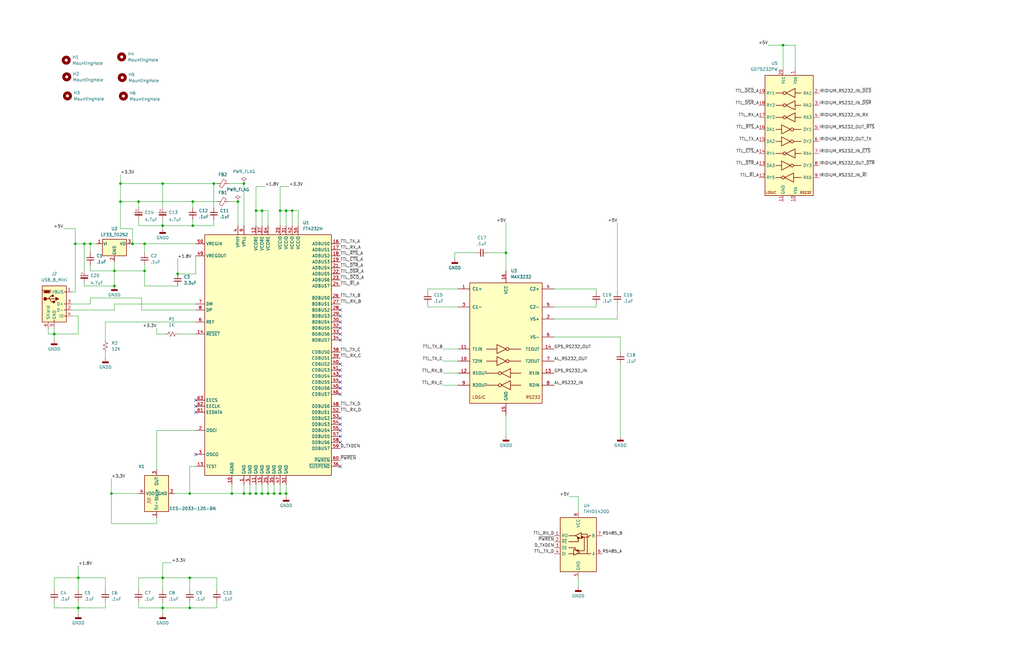
<source format=kicad_sch>
(kicad_sch (version 20230121) (generator eeschema)
  (paper "USLedger")
  (title_block (title "ax interface box") (date "2023-06-26") (rev "1.0.0") (company "NOAA\\AOML|PHOD"))
  (lib_symbols
    (symbol "Connector:USB_B_Mini" (pin_names (offset 1.016))
      (property "Reference" "J" (at -5.08 11.43 0))
      (property "Value" "USB_B_Mini" (at -5.08 8.89 0))
      (symbol "USB_B_Mini_1_1"
        (pin power_out line (at 7.62 5.08 180) (length 2.54) (name "VBUS") (number "1"))
        (pin bidirectional line (at 7.62 -2.54 180) (length 2.54) (name "D-") (number "2"))
        (pin bidirectional line (at 7.62 0 180) (length 2.54) (name "D+") (number "3"))
        (pin passive line (at 7.62 -5.08 180) (length 2.54) (name "ID") (number "4"))
        (pin power_out line (at 0 -10.16 90) (length 2.54) (name "GND") (number "5"))
        (pin passive line (at -2.54 -10.16 90) (length 2.54) (name "Shield") (number "6"))
      )
    )
    (symbol "Device:C_Polarized_Small" (pin_numbers hide) (pin_names (offset 0.254) hide)
      (property "Reference" "C" (at 0.254 1.778 0))
      (property "Value" "C_Polarized_Small" (at 0.254 -2.032 0))
      (symbol "C_Polarized_Small_1_1"
        (pin passive line (at 0 2.54 270) (length 1.8542) (name "~") (number "1"))
        (pin passive line (at 0 -2.54 90) (length 1.8542) (name "~") (number "2"))
      )
    )
    (symbol "Device:C_Small" (pin_numbers hide) (pin_names (offset 0.254) hide)
      (property "Reference" "C" (at 0.254 1.778 0))
      (property "Value" "C_Small" (at 0.254 -2.032 0))
      (symbol "C_Small_1_1"
        (pin passive line (at 0 2.54 270) (length 2.032) (name "~") (number "1"))
        (pin passive line (at 0 -2.54 90) (length 2.032) (name "~") (number "2"))
      )
    )
    (symbol "Device:FerriteBead_Small" (pin_numbers hide) (pin_names (offset 0))
      (property "Reference" "FB" (at 1.905 1.27 0))
      (property "Value" "FerriteBead_Small" (at 1.905 -1.27 0))
      (symbol "FerriteBead_Small_1_1"
        (pin passive line (at 0 2.54 270) (length 1.27) (name "~") (number "1"))
        (pin passive line (at 0 -2.54 90) (length 1.27) (name "~") (number "2"))
      )
    )
    (symbol "Device:R_Small_US" (pin_numbers hide) (pin_names (offset 0.254) hide)
      (property "Reference" "R" (at 0.762 0.508 0))
      (property "Value" "R_Small_US" (at 0.762 -1.016 0))
      (symbol "R_Small_US_1_1"
        (pin passive line (at 0 2.54 270) (length 1.016) (name "~") (number "1"))
        (pin passive line (at 0 -2.54 90) (length 1.016) (name "~") (number "2"))
      )
    )
    (symbol "Interface_UART:GD75232PW"
      (property "Reference" "U" (at 8.89 29.21 0))
      (property "Value" "GD75232PW" (at 3.81 26.67 0))
      (symbol "GD75232PW_0_0"
        (text "LOGIC" (at 7.62 -24.13 0) (effects (font (size 1 1))))
        (text "RS232" (at -6.985 -24.13 0) (effects (font (size 1 1))))
        (pin output line (at 12.7 7.62 180) (length 2.54) (name "RY3") (number "17"))
        (pin output line (at 12.7 12.7 180) (length 2.54) (name "RY2") (number "18"))
        (pin output line (at 12.7 17.78 180) (length 2.54) (name "RY1") (number "19"))
        (pin power_in line (at 2.54 27.94 270) (length 2.54) (name "V_{CC}") (number "20"))
      )
      (symbol "GD75232PW_1_1"
        (pin power_in line (at -2.54 27.94 270) (length 2.54) (name "V_{DD}") (number "1"))
        (pin power_in line (at -2.54 -27.94 90) (length 2.54) (name "V_{SS}") (number "10"))
        (pin power_in line (at 2.54 -27.94 90) (length 2.54) (name "GND") (number "11"))
        (pin output line (at 12.7 -17.78 180) (length 2.54) (name "RY5") (number "12"))
        (pin input line (at 12.7 -12.7 180) (length 2.54) (name "DA3") (number "13"))
        (pin output line (at 12.7 -7.62 180) (length 2.54) (name "RY4") (number "14"))
        (pin input line (at 12.7 -2.54 180) (length 2.54) (name "DA2") (number "15"))
        (pin input line (at 12.7 2.54 180) (length 2.54) (name "DA1") (number "16"))
        (pin input line (at -12.7 17.78 0) (length 2.54) (name "RA1") (number "2"))
        (pin input line (at -12.7 12.7 0) (length 2.54) (name "RA2") (number "3"))
        (pin input line (at -12.7 7.62 0) (length 2.54) (name "RA3") (number "4"))
        (pin output line (at -12.7 2.54 0) (length 2.54) (name "DY1") (number "5"))
        (pin output line (at -12.7 -2.54 0) (length 2.54) (name "DY2") (number "6"))
        (pin input line (at -12.7 -7.62 0) (length 2.54) (name "RA4") (number "7"))
        (pin output line (at -12.7 -12.7 0) (length 2.54) (name "DY3") (number "8"))
        (pin input line (at -12.7 -17.78 0) (length 2.54) (name "RA5") (number "9"))
      )
    )
    (symbol "Interface_UART:MAX3232" (pin_names (offset 1.016))
      (property "Reference" "U" (at -2.54 28.575 0))
      (property "Value" "MAX3232" (at -2.54 26.67 0))
      (symbol "MAX3232_0_0"
        (text "LOGIC" (at -11.43 -22.86 0) (effects (font (size 1.27 1.27))))
        (text "RS232" (at 11.43 -22.86 0) (effects (font (size 1.27 1.27))))
      )
      (symbol "MAX3232_1_1"
        (pin passive line (at -20.32 22.86 0) (length 5.08) (name "C1+") (number "1"))
        (pin input line (at -20.32 -7.62 0) (length 5.08) (name "T2IN") (number "10"))
        (pin input line (at -20.32 -2.54 0) (length 5.08) (name "T1IN") (number "11"))
        (pin output line (at -20.32 -12.7 0) (length 5.08) (name "R1OUT") (number "12"))
        (pin input line (at 20.32 -12.7 180) (length 5.08) (name "R1IN") (number "13"))
        (pin output line (at 20.32 -2.54 180) (length 5.08) (name "T1OUT") (number "14"))
        (pin power_in line (at 0 -30.48 90) (length 5.08) (name "GND") (number "15"))
        (pin power_in line (at 0 30.48 270) (length 5.08) (name "VCC") (number "16"))
        (pin power_out line (at 20.32 10.16 180) (length 5.08) (name "VS+") (number "2"))
        (pin passive line (at -20.32 15.24 0) (length 5.08) (name "C1-") (number "3"))
        (pin passive line (at 20.32 22.86 180) (length 5.08) (name "C2+") (number "4"))
        (pin passive line (at 20.32 15.24 180) (length 5.08) (name "C2-") (number "5"))
        (pin power_out line (at 20.32 2.54 180) (length 5.08) (name "VS-") (number "6"))
        (pin output line (at 20.32 -7.62 180) (length 5.08) (name "T2OUT") (number "7"))
        (pin input line (at 20.32 -17.78 180) (length 5.08) (name "R2IN") (number "8"))
        (pin output line (at -20.32 -17.78 0) (length 5.08) (name "R2OUT") (number "9"))
      )
    )
    (symbol "Interface_UART:THVD1420D"
      (property "Reference" "U" (at -6.096 11.43 0))
      (property "Value" "THVD1420D" (at 0.762 11.43 0))
      (symbol "THVD1420D_1_1"
        (pin output line (at -10.16 2.54 0) (length 2.54) (name "RO") (number "1"))
        (pin input line (at -10.16 0 0) (length 2.54) (name "~{RE}") (number "2"))
        (pin input line (at -10.16 -2.54 0) (length 2.54) (name "DE") (number "3"))
        (pin input line (at -10.16 -5.08 0) (length 2.54) (name "DI") (number "4"))
        (pin power_in line (at 0 -15.24 90) (length 2.54) (name "GND") (number "5"))
        (pin bidirectional line (at 10.16 -5.08 180) (length 2.54) (name "A") (number "6"))
        (pin bidirectional line (at 10.16 2.54 180) (length 2.54) (name "B") (number "7"))
        (pin power_in line (at 0 12.7 270) (length 2.54) (name "VCC") (number "8"))
      )
    )
    (symbol "Interface_USB:FT4232H"
      (property "Reference" "U" (at -26.67 53.34 0))
      (property "Value" "FT4232H" (at 19.05 53.34 0))
      (symbol "FT4232H_1_1"
        (pin power_in line (at -10.16 -53.34 90) (length 3.81) (name "GND") (number "1"))
        (pin power_in line (at -15.24 -53.34 90) (length 3.81) (name "AGND") (number "10"))
        (pin power_in line (at -5.08 -53.34 90) (length 3.81) (name "GND") (number "11"))
        (pin power_in line (at -5.08 55.88 270) (length 3.81) (name "VCORE") (number "12"))
        (pin input line (at -30.48 -45.72 0) (length 3.81) (name "TEST") (number "13"))
        (pin input line (at -30.48 10.16 0) (length 3.81) (name "~{RESET}") (number "14"))
        (pin power_in line (at -2.54 -53.34 90) (length 3.81) (name "GND") (number "15"))
        (pin bidirectional line (at 30.48 48.26 180) (length 3.81) (name "ADBUS0") (number "16"))
        (pin bidirectional line (at 30.48 45.72 180) (length 3.81) (name "ADBUS1") (number "17"))
        (pin bidirectional line (at 30.48 43.18 180) (length 3.81) (name "ADBUS2") (number "18"))
        (pin bidirectional line (at 30.48 40.64 180) (length 3.81) (name "ADBUS3") (number "19"))
        (pin input line (at -30.48 -30.48 0) (length 3.81) (name "OSCI") (number "2"))
        (pin power_in line (at 5.08 55.88 270) (length 3.81) (name "VCCIO") (number "20"))
        (pin bidirectional line (at 30.48 38.1 180) (length 3.81) (name "ADBUS4") (number "21"))
        (pin bidirectional line (at 30.48 35.56 180) (length 3.81) (name "ADBUS5") (number "22"))
        (pin bidirectional line (at 30.48 33.02 180) (length 3.81) (name "ADBUS6") (number "23"))
        (pin bidirectional line (at 30.48 30.48 180) (length 3.81) (name "ADBUS7") (number "24"))
        (pin power_in line (at 0 -53.34 90) (length 3.81) (name "GND") (number "25"))
        (pin bidirectional line (at 30.48 25.4 180) (length 3.81) (name "BDBUS0") (number "26"))
        (pin bidirectional line (at 30.48 22.86 180) (length 3.81) (name "BDBUS1") (number "27"))
        (pin bidirectional line (at 30.48 20.32 180) (length 3.81) (name "BDBUS2") (number "28"))
        (pin bidirectional line (at 30.48 17.78 180) (length 3.81) (name "BDBUS3") (number "29"))
        (pin output line (at -30.48 -40.64 0) (length 3.81) (name "OSCO") (number "3"))
        (pin bidirectional line (at 30.48 15.24 180) (length 3.81) (name "BDBUS4") (number "30"))
        (pin power_in line (at 7.62 55.88 270) (length 3.81) (name "VCCIO") (number "31"))
        (pin bidirectional line (at 30.48 12.7 180) (length 3.81) (name "BDBUS5") (number "32"))
        (pin bidirectional line (at 30.48 10.16 180) (length 3.81) (name "BDBUS6") (number "33"))
        (pin bidirectional line (at 30.48 7.62 180) (length 3.81) (name "BDBUS7") (number "34"))
        (pin power_in line (at 2.54 -53.34 90) (length 3.81) (name "GND") (number "35"))
        (pin output line (at 30.48 -45.72 180) (length 3.81) (name "~{SUSPEND}") (number "36"))
        (pin power_in line (at -2.54 55.88 270) (length 3.81) (name "VCORE") (number "37"))
        (pin bidirectional line (at 30.48 2.54 180) (length 3.81) (name "CDBUS0") (number "38"))
        (pin bidirectional line (at 30.48 0 180) (length 3.81) (name "CDBUS1") (number "39"))
        (pin power_in line (at -12.7 55.88 270) (length 3.81) (name "VPHY") (number "4"))
        (pin bidirectional line (at 30.48 -2.54 180) (length 3.81) (name "CDBUS2") (number "40"))
        (pin bidirectional line (at 30.48 -5.08 180) (length 3.81) (name "CDBUS3") (number "41"))
        (pin power_in line (at 10.16 55.88 270) (length 3.81) (name "VCCIO") (number "42"))
        (pin bidirectional line (at 30.48 -7.62 180) (length 3.81) (name "CDBUS4") (number "43"))
        (pin bidirectional line (at 30.48 -10.16 180) (length 3.81) (name "CDBUS5") (number "44"))
        (pin bidirectional line (at 30.48 -12.7 180) (length 3.81) (name "CDBUS6") (number "45"))
        (pin bidirectional line (at 30.48 -15.24 180) (length 3.81) (name "CDBUS7") (number "46"))
        (pin power_in line (at 5.08 -53.34 90) (length 3.81) (name "GND") (number "47"))
        (pin bidirectional line (at 30.48 -20.32 180) (length 3.81) (name "DDBUS0") (number "48"))
        (pin power_out line (at -30.48 43.18 0) (length 3.81) (name "VREGOUT") (number "49"))
        (pin power_in line (at -7.62 -53.34 90) (length 3.81) (name "GND") (number "5"))
        (pin power_in line (at -30.48 48.26 0) (length 3.81) (name "VREGIN") (number "50"))
        (pin power_in line (at 7.62 -53.34 90) (length 3.81) (name "GND") (number "51"))
        (pin bidirectional line (at 30.48 -22.86 180) (length 3.81) (name "DDBUS1") (number "52"))
        (pin bidirectional line (at 30.48 -25.4 180) (length 3.81) (name "DDBUS2") (number "53"))
        (pin bidirectional line (at 30.48 -27.94 180) (length 3.81) (name "DDBUS3") (number "54"))
        (pin bidirectional line (at 30.48 -30.48 180) (length 3.81) (name "DDBUS4") (number "55"))
        (pin power_in line (at 12.7 55.88 270) (length 3.81) (name "VCCIO") (number "56"))
        (pin bidirectional line (at 30.48 -33.02 180) (length 3.81) (name "DDBUS5") (number "57"))
        (pin bidirectional line (at 30.48 -35.56 180) (length 3.81) (name "DDBUS6") (number "58"))
        (pin bidirectional line (at 30.48 -38.1 180) (length 3.81) (name "DDBUS7") (number "59"))
        (pin input line (at -30.48 15.24 0) (length 3.81) (name "REF") (number "6"))
        (pin output line (at 30.48 -43.18 180) (length 3.81) (name "~{PWREN}") (number "60"))
        (pin bidirectional line (at -30.48 -22.86 0) (length 3.81) (name "EEDATA") (number "61"))
        (pin output line (at -30.48 -20.32 0) (length 3.81) (name "EECLK") (number "62"))
        (pin output line (at -30.48 -17.78 0) (length 3.81) (name "EECS") (number "63"))
        (pin power_in line (at 0 55.88 270) (length 3.81) (name "VCORE") (number "64"))
        (pin bidirectional line (at -30.48 22.86 0) (length 3.81) (name "DM") (number "7"))
        (pin bidirectional line (at -30.48 20.32 0) (length 3.81) (name "DP") (number "8"))
        (pin power_in line (at -10.16 55.88 270) (length 3.81) (name "VPLL") (number "9"))
      )
    )
    (symbol "Mechanical:MountingHole" (pin_names (offset 1.016))
      (property "Reference" "H" (at 0 5.08 0))
      (property "Value" "MountingHole" (at 0 3.175 0))
    )
    (symbol "Oscillator:ECS-2520MV-xxx-xx"
      (property "Reference" "X" (at -5.08 6.35 0))
      (property "Value" "ECS-2520MV-xxx-xx" (at 1.27 -6.35 0))
      (symbol "ECS-2520MV-xxx-xx_1_1"
        (pin input line (at -10.16 0 0) (length 2.54) (name "Tri-State") (number "1"))
        (pin power_in line (at 0 -7.62 90) (length 2.54) (name "GND") (number "2"))
        (pin output line (at 10.16 0 180) (length 2.54) (name "OUT") (number "3"))
        (pin power_in line (at 0 7.62 270) (length 2.54) (name "VDD") (number "4"))
      )
    )
    (symbol "Regulator_Linear:LF33_TO252" (pin_names (offset 0.254))
      (property "Reference" "U" (at -3.81 3.175 0))
      (property "Value" "LF33_TO252" (at 0 3.175 0))
      (symbol "LF33_TO252_1_1"
        (pin power_in line (at -7.62 0 0) (length 2.54) (name "VI") (number "1"))
        (pin power_in line (at 0 -7.62 90) (length 2.54) (name "GND") (number "2"))
        (pin power_out line (at 7.62 0 180) (length 2.54) (name "VO") (number "3"))
      )
    )
    (symbol "power:GNDD" (power) (pin_names (offset 0))
      (property "Value" "GNDD" (at 0 -3.175 0))
      (symbol "GNDD_1_1"
        (pin power_in line (at 0 0 270) (length 0) hide (name "GNDD") (number "1"))
      )
    )
    (symbol "power:PWR_FLAG" (power) (pin_numbers hide) (pin_names (offset 0) hide)
      (property "Value" "PWR_FLAG" (at 0 3.81 0))
      (symbol "PWR_FLAG_0_0"
        (pin power_out line (at 0 0 90) (length 0) (name "pwr") (number "1"))
      )
    )
  )
  (junction (at 102.87 77.47))
  (junction (at 46.99 208.28))
  (junction (at 74.93 115.57))
  (junction (at 35.56 102.87))
  (junction (at 31.75 102.87))
  (junction (at 102.87 208.28))
  (junction (at 60.96 102.87))
  (junction (at 50.8 77.47))
  (junction (at 50.8 85.09))
  (junction (at 110.49 88.9))
  (junction (at 48.26 120.65))
  (junction (at 118.11 88.9))
  (junction (at 113.03 208.28))
  (junction (at 33.02 256.54))
  (junction (at 60.96 114.3))
  (junction (at 38.1 102.87))
  (junction (at 55.88 102.87))
  (junction (at 110.49 208.28))
  (junction (at 123.19 88.9))
  (junction (at 80.01 208.28))
  (junction (at 22.86 140.97))
  (junction (at 68.58 77.47))
  (junction (at 68.58 243.84))
  (junction (at 48.26 114.3))
  (junction (at 81.28 85.09))
  (junction (at 58.42 85.09))
  (junction (at 107.95 88.9))
  (junction (at 90.17 77.47))
  (junction (at 213.36 106.68))
  (junction (at 120.65 88.9))
  (junction (at 68.58 256.54))
  (junction (at 120.65 208.28))
  (junction (at 100.33 85.09))
  (junction (at 107.95 208.28))
  (junction (at 80.01 256.54))
  (junction (at 80.01 243.84))
  (junction (at 68.58 95.25))
  (junction (at 330.2 19.05))
  (junction (at 33.02 243.84))
  (junction (at 118.11 208.28))
  (junction (at 81.28 95.25))
  (junction (at 97.79 208.28))
  (junction (at 105.41 208.28))
  (junction (at 115.57 208.28))
  (no_connect (at 82.55 173.99))
  (no_connect (at 143.51 143.51))
  (no_connect (at 143.51 130.81))
  (no_connect (at 143.51 135.89))
  (no_connect (at 143.51 196.85))
  (no_connect (at 82.55 168.91))
  (no_connect (at 143.51 181.61))
  (no_connect (at 143.51 166.37))
  (no_connect (at 143.51 179.07))
  (no_connect (at 143.51 184.15))
  (no_connect (at 143.51 138.43))
  (no_connect (at 143.51 140.97))
  (no_connect (at 143.51 133.35))
  (no_connect (at 82.55 191.77))
  (no_connect (at 143.51 186.69))
  (no_connect (at 143.51 158.75))
  (no_connect (at 82.55 171.45))
  (no_connect (at 143.51 161.29))
  (no_connect (at 143.51 176.53))
  (no_connect (at 143.51 156.21))
  (no_connect (at 143.51 153.67))
  (no_connect (at 143.51 163.83))
  (wire (pts (xy 33.02 238.76) (xy 33.02 243.84)))
  (wire (pts (xy 261.62 153.67) (xy 261.62 184.15)))
  (wire (pts (xy 80.01 256.54) (xy 68.58 256.54)))
  (wire (pts (xy 58.42 248.92) (xy 58.42 243.84)))
  (wire (pts (xy 50.8 77.47) (xy 50.8 73.66)))
  (wire (pts (xy 33.02 133.35) (xy 33.02 140.97)))
  (wire (pts (xy 251.46 128.27) (xy 251.46 129.54)))
  (wire (pts (xy 30.48 123.19) (xy 31.75 123.19)))
  (wire (pts (xy 91.44 256.54) (xy 80.01 256.54)))
  (wire (pts (xy 113.03 208.28) (xy 115.57 208.28)))
  (wire (pts (xy 102.87 95.25) (xy 102.87 77.47)))
  (wire (pts (xy 44.45 256.54) (xy 33.02 256.54)))
  (wire (pts (xy 100.33 95.25) (xy 100.33 85.09)))
  (wire (pts (xy 33.02 254) (xy 33.02 256.54)))
  (wire (pts (xy 38.1 128.27) (xy 38.1 125.73)))
  (wire (pts (xy 186.69 147.32) (xy 193.04 147.32)))
  (wire (pts (xy 82.55 107.95) (xy 82.55 115.57)))
  (wire (pts (xy 26.67 96.52) (xy 31.75 96.52)))
  (wire (pts (xy 105.41 204.47) (xy 105.41 208.28)))
  (wire (pts (xy 44.45 248.92) (xy 44.45 243.84)))
  (wire (pts (xy 90.17 77.47) (xy 90.17 87.63)))
  (wire (pts (xy 66.04 218.44) (xy 66.04 220.98)))
  (wire (pts (xy 30.48 133.35) (xy 33.02 133.35)))
  (wire (pts (xy 68.58 237.49) (xy 68.58 243.84)))
  (wire (pts (xy 44.45 243.84) (xy 33.02 243.84)))
  (wire (pts (xy 58.42 243.84) (xy 68.58 243.84)))
  (wire (pts (xy 180.34 129.54) (xy 193.04 129.54)))
  (wire (pts (xy 46.99 220.98) (xy 46.99 208.28)))
  (wire (pts (xy 81.28 85.09) (xy 91.44 85.09)))
  (wire (pts (xy 68.58 77.47) (xy 90.17 77.47)))
  (wire (pts (xy 66.04 198.12) (xy 66.04 181.61)))
  (wire (pts (xy 80.01 248.92) (xy 80.01 243.84)))
  (wire (pts (xy 330.2 19.05) (xy 330.2 29.21)))
  (wire (pts (xy 22.86 138.43) (xy 22.86 140.97)))
  (wire (pts (xy 118.11 88.9) (xy 118.11 95.25)))
  (wire (pts (xy 60.96 111.76) (xy 60.96 114.3)))
  (wire (pts (xy 46.99 208.28) (xy 58.42 208.28)))
  (wire (pts (xy 60.96 102.87) (xy 60.96 106.68)))
  (wire (pts (xy 97.79 208.28) (xy 102.87 208.28)))
  (wire (pts (xy 50.8 85.09) (xy 58.42 85.09)))
  (wire (pts (xy 110.49 204.47) (xy 110.49 208.28)))
  (wire (pts (xy 213.36 175.26) (xy 213.36 184.15)))
  (wire (pts (xy 58.42 254) (xy 58.42 256.54)))
  (wire (pts (xy 107.95 204.47) (xy 107.95 208.28)))
  (wire (pts (xy 31.75 102.87) (xy 35.56 102.87)))
  (wire (pts (xy 243.84 209.55) (xy 243.84 215.9)))
  (wire (pts (xy 68.58 95.25) (xy 81.28 95.25)))
  (wire (pts (xy 74.93 109.22) (xy 74.93 115.57)))
  (wire (pts (xy 251.46 121.92) (xy 251.46 123.19)))
  (wire (pts (xy 251.46 129.54) (xy 233.68 129.54)))
  (wire (pts (xy 68.58 92.71) (xy 68.58 95.25)))
  (wire (pts (xy 35.56 119.38) (xy 35.56 120.65)))
  (wire (pts (xy 90.17 77.47) (xy 91.44 77.47)))
  (wire (pts (xy 191.77 106.68) (xy 191.77 109.22)))
  (wire (pts (xy 91.44 248.92) (xy 91.44 243.84)))
  (wire (pts (xy 82.55 115.57) (xy 74.93 115.57)))
  (wire (pts (xy 22.86 248.92) (xy 22.86 243.84)))
  (wire (pts (xy 50.8 85.09) (xy 50.8 96.52)))
  (wire (pts (xy 66.04 138.43) (xy 66.04 140.97)))
  (wire (pts (xy 82.55 196.85) (xy 80.01 196.85)))
  (wire (pts (xy 186.69 162.56) (xy 193.04 162.56)))
  (wire (pts (xy 20.32 140.97) (xy 22.86 140.97)))
  (wire (pts (xy 35.56 102.87) (xy 35.56 114.3)))
  (wire (pts (xy 35.56 120.65) (xy 48.26 120.65)))
  (wire (pts (xy 102.87 77.47) (xy 96.52 77.47)))
  (wire (pts (xy 91.44 254) (xy 91.44 256.54)))
  (wire (pts (xy 115.57 208.28) (xy 118.11 208.28)))
  (wire (pts (xy 118.11 208.28) (xy 120.65 208.28)))
  (wire (pts (xy 68.58 256.54) (xy 68.58 259.08)))
  (wire (pts (xy 58.42 256.54) (xy 68.58 256.54)))
  (wire (pts (xy 59.69 125.73) (xy 59.69 130.81)))
  (wire (pts (xy 323.85 19.05) (xy 330.2 19.05)))
  (wire (pts (xy 73.66 208.28) (xy 80.01 208.28)))
  (wire (pts (xy 200.66 106.68) (xy 191.77 106.68)))
  (wire (pts (xy 20.32 138.43) (xy 20.32 140.97)))
  (wire (pts (xy 80.01 254) (xy 80.01 256.54)))
  (wire (pts (xy 107.95 208.28) (xy 110.49 208.28)))
  (wire (pts (xy 58.42 85.09) (xy 81.28 85.09)))
  (wire (pts (xy 233.68 121.92) (xy 251.46 121.92)))
  (wire (pts (xy 33.02 243.84) (xy 33.02 248.92)))
  (wire (pts (xy 260.35 93.98) (xy 260.35 123.19)))
  (wire (pts (xy 46.99 201.93) (xy 46.99 208.28)))
  (wire (pts (xy 22.86 254) (xy 22.86 256.54)))
  (wire (pts (xy 38.1 125.73) (xy 59.69 125.73)))
  (wire (pts (xy 118.11 204.47) (xy 118.11 208.28)))
  (wire (pts (xy 113.03 88.9) (xy 110.49 88.9)))
  (wire (pts (xy 233.68 142.24) (xy 261.62 142.24)))
  (wire (pts (xy 66.04 140.97) (xy 69.85 140.97)))
  (wire (pts (xy 110.49 208.28) (xy 113.03 208.28)))
  (wire (pts (xy 123.19 88.9) (xy 120.65 88.9)))
  (wire (pts (xy 261.62 142.24) (xy 261.62 148.59)))
  (wire (pts (xy 55.88 102.87) (xy 60.96 102.87)))
  (wire (pts (xy 50.8 96.52) (xy 55.88 96.52)))
  (wire (pts (xy 335.28 29.21) (xy 335.28 19.05)))
  (wire (pts (xy 180.34 121.92) (xy 180.34 123.19)))
  (wire (pts (xy 123.19 95.25) (xy 123.19 88.9)))
  (wire (pts (xy 60.96 120.65) (xy 60.96 114.3)))
  (wire (pts (xy 35.56 102.87) (xy 38.1 102.87)))
  (wire (pts (xy 30.48 128.27) (xy 38.1 128.27)))
  (wire (pts (xy 213.36 93.98) (xy 213.36 106.68)))
  (wire (pts (xy 81.28 85.09) (xy 81.28 87.63)))
  (wire (pts (xy 33.02 256.54) (xy 33.02 259.08)))
  (wire (pts (xy 44.45 135.89) (xy 44.45 143.51)))
  (wire (pts (xy 113.03 204.47) (xy 113.03 208.28)))
  (wire (pts (xy 243.84 243.84) (xy 243.84 247.65)))
  (wire (pts (xy 193.04 121.92) (xy 180.34 121.92)))
  (wire (pts (xy 68.58 254) (xy 68.58 256.54)))
  (wire (pts (xy 44.45 254) (xy 44.45 256.54)))
  (wire (pts (xy 91.44 243.84) (xy 80.01 243.84)))
  (wire (pts (xy 60.96 114.3) (xy 48.26 114.3)))
  (wire (pts (xy 186.69 152.4) (xy 193.04 152.4)))
  (wire (pts (xy 22.86 243.84) (xy 33.02 243.84)))
  (wire (pts (xy 31.75 96.52) (xy 31.75 102.87)))
  (wire (pts (xy 50.8 77.47) (xy 68.58 77.47)))
  (wire (pts (xy 38.1 111.76) (xy 38.1 114.3)))
  (wire (pts (xy 180.34 128.27) (xy 180.34 129.54)))
  (wire (pts (xy 335.28 19.05) (xy 330.2 19.05)))
  (wire (pts (xy 58.42 95.25) (xy 68.58 95.25)))
  (wire (pts (xy 44.45 148.59) (xy 44.45 151.13)))
  (wire (pts (xy 68.58 77.47) (xy 68.58 87.63)))
  (wire (pts (xy 48.26 130.81) (xy 48.26 128.27)))
  (wire (pts (xy 111.76 78.74) (xy 107.95 78.74)))
  (wire (pts (xy 110.49 88.9) (xy 107.95 88.9)))
  (wire (pts (xy 120.65 88.9) (xy 118.11 88.9)))
  (wire (pts (xy 125.73 95.25) (xy 125.73 88.9)))
  (wire (pts (xy 115.57 204.47) (xy 115.57 208.28)))
  (wire (pts (xy 113.03 95.25) (xy 113.03 88.9)))
  (wire (pts (xy 66.04 181.61) (xy 82.55 181.61)))
  (wire (pts (xy 80.01 196.85) (xy 80.01 208.28)))
  (wire (pts (xy 38.1 102.87) (xy 38.1 106.68)))
  (wire (pts (xy 74.93 140.97) (xy 82.55 140.97)))
  (wire (pts (xy 31.75 123.19) (xy 31.75 102.87)))
  (wire (pts (xy 80.01 243.84) (xy 68.58 243.84)))
  (wire (pts (xy 125.73 88.9) (xy 123.19 88.9)))
  (wire (pts (xy 97.79 204.47) (xy 97.79 208.28)))
  (wire (pts (xy 213.36 106.68) (xy 205.74 106.68)))
  (wire (pts (xy 102.87 204.47) (xy 102.87 208.28)))
  (wire (pts (xy 110.49 88.9) (xy 110.49 95.25)))
  (wire (pts (xy 213.36 114.3) (xy 213.36 106.68)))
  (wire (pts (xy 66.04 220.98) (xy 46.99 220.98)))
  (wire (pts (xy 120.65 204.47) (xy 120.65 208.28)))
  (wire (pts (xy 186.69 157.48) (xy 193.04 157.48)))
  (wire (pts (xy 105.41 208.28) (xy 107.95 208.28)))
  (wire (pts (xy 22.86 140.97) (xy 22.86 143.51)))
  (wire (pts (xy 82.55 135.89) (xy 44.45 135.89)))
  (wire (pts (xy 100.33 85.09) (xy 96.52 85.09)))
  (wire (pts (xy 22.86 140.97) (xy 33.02 140.97)))
  (wire (pts (xy 48.26 128.27) (xy 82.55 128.27)))
  (wire (pts (xy 102.87 208.28) (xy 105.41 208.28)))
  (wire (pts (xy 107.95 78.74) (xy 107.95 88.9)))
  (wire (pts (xy 48.26 114.3) (xy 48.26 120.65)))
  (wire (pts (xy 240.03 209.55) (xy 243.84 209.55)))
  (wire (pts (xy 118.11 78.74) (xy 118.11 88.9)))
  (wire (pts (xy 68.58 243.84) (xy 68.58 248.92)))
  (wire (pts (xy 72.39 237.49) (xy 68.58 237.49)))
  (wire (pts (xy 68.58 95.25) (xy 68.58 96.52)))
  (wire (pts (xy 38.1 114.3) (xy 48.26 114.3)))
  (wire (pts (xy 48.26 110.49) (xy 48.26 114.3)))
  (wire (pts (xy 90.17 92.71) (xy 90.17 95.25)))
  (wire (pts (xy 22.86 256.54) (xy 33.02 256.54)))
  (wire (pts (xy 58.42 92.71) (xy 58.42 95.25)))
  (wire (pts (xy 74.93 120.65) (xy 60.96 120.65)))
  (wire (pts (xy 81.28 95.25) (xy 90.17 95.25)))
  (wire (pts (xy 81.28 92.71) (xy 81.28 95.25)))
  (wire (pts (xy 120.65 95.25) (xy 120.65 88.9)))
  (wire (pts (xy 260.35 134.62) (xy 260.35 128.27)))
  (wire (pts (xy 58.42 85.09) (xy 58.42 87.63)))
  (wire (pts (xy 55.88 96.52) (xy 55.88 102.87)))
  (wire (pts (xy 120.65 208.28) (xy 120.65 209.55)))
  (wire (pts (xy 233.68 134.62) (xy 260.35 134.62)))
  (wire (pts (xy 38.1 102.87) (xy 40.64 102.87)))
  (wire (pts (xy 59.69 130.81) (xy 82.55 130.81)))
  (wire (pts (xy 121.92 78.74) (xy 118.11 78.74)))
  (wire (pts (xy 80.01 208.28) (xy 97.79 208.28)))
  (wire (pts (xy 60.96 102.87) (xy 82.55 102.87)))
  (wire (pts (xy 107.95 88.9) (xy 107.95 95.25)))
  (wire (pts (xy 30.48 130.81) (xy 48.26 130.81)))
  (wire (pts (xy 50.8 85.09) (xy 50.8 77.47)))
  (image (at 232.41 -60.96) (scale 1.80412))
  (label "TTL_~{DSR}_A" (at 320.04 44.45 180))
  (label "+1.8V" (at 74.93 109.22 0))
  (label "D_TXDEN" (at 233.68 231.14 180))
  (label "+3.3V" (at 121.92 78.74 0))
  (label "TTL_RX_C" (at 186.69 162.56 180))
  (label "+3.3V" (at 66.04 138.43 180))
  (label "TTL_~{RTS}_A" (at 143.51 107.95 0))
  (label "TTL_~{DSR}_A" (at 143.51 115.57 0))
  (label "IRIDIUM_RS232_OUT_~{RTS}" (at 345.44 54.61 0))
  (label "TTL_TX_D" (at 143.51 171.45 0))
  (label "GPS_RS232_IN" (at 233.68 157.48 0))
  (label "TTL_RX_B" (at 143.51 128.27 0))
  (label "TTL_TX_A" (at 143.51 102.87 0))
  (label "AL_RS232_OUT" (at 233.68 152.4 0))
  (label "TTL_TX_C" (at 143.51 148.59 0))
  (label "+5V" (at 260.35 93.98 180))
  (label "TTL_TX_A" (at 320.04 59.69 180))
  (label "IRIDIUM_RS232_IN_~{RI}" (at 345.44 74.93 0))
  (label "D_TXDEN" (at 143.51 189.23 0))
  (label "+5V" (at 323.85 19.05 180))
  (label "TTL_TX_B" (at 186.69 147.32 180))
  (label "TTL_~{DTR}_A" (at 143.51 113.03 0))
  (label "IRIDIUM_RS232_IN_~{DSR}" (at 345.44 44.45 0))
  (label "IRIDIUM_RS232_IN_~{DCD}" (at 345.44 39.37 0))
  (label "~{PWREN}" (at 143.51 194.31 0))
  (label "+1.8V" (at 33.02 238.76 0))
  (label "TTL_TX_D" (at 233.68 233.68 180))
  (label "TTL_RX_A" (at 143.51 105.41 0))
  (label "TTL_RX_B" (at 186.69 157.48 180))
  (label "+3.3V" (at 50.8 73.66 0))
  (label "TTL_TX_B" (at 143.51 125.73 0))
  (label "IRIDIUM_RS232_IN_RX" (at 345.44 49.53 0))
  (label "RS485_B" (at 254 226.06 0))
  (label "TTL_~{DCD}_A" (at 320.04 39.37 180))
  (label "IRIDIUM_RS232_OUT_~{DTR}" (at 345.44 69.85 0))
  (label "TTL_TX_C" (at 186.69 152.4 180))
  (label "TTL_RX_D" (at 233.68 226.06 180))
  (label "+5V" (at 213.36 93.98 180))
  (label "GPS_RS232_OUT" (at 233.68 147.32 0))
  (label "IRIDIUM_RS232_OUT_TX" (at 345.44 59.69 0))
  (label "TTL_RX_A" (at 320.04 49.53 180))
  (label "TTL_~{CTS}_A" (at 143.51 110.49 0))
  (label "TTL_~{RTS}_A" (at 320.04 54.61 180))
  (label "+5V" (at 26.67 96.52 180))
  (label "TTL_~{CTS}_A" (at 320.04 64.77 180))
  (label "~{PWREN}" (at 233.68 228.6 180))
  (label "+1.8V" (at 111.76 78.74 0))
  (label "+3.3V" (at 46.99 201.93 0))
  (label "TTL_RX_C" (at 143.51 151.13 0))
  (label "TTL_~{RI}_A" (at 143.51 120.65 0))
  (label "TTL_~{DTR}_A" (at 320.04 69.85 180))
  (label "TTL_RX_D" (at 143.51 173.99 0))
  (label "+5V" (at 240.03 209.55 180))
  (label "AL_RS232_IN" (at 233.68 162.56 0))
  (label "+3.3V" (at 72.39 237.49 0))
  (label "TTL_~{RI}_A" (at 320.04 74.93 180))
  (label "RS485_A" (at 254 233.68 0))
  (label "TTL_~{DCD}_A" (at 143.51 118.11 0))
  (label "IRIDIUM_RS232_IN_~{CTS}" (at 345.44 64.77 0))
  (symbol (lib_id "power:GNDD") (at 191.77 109.22 0) (unit 1)
    (property "Reference" "#PWR010" (effects hide))
    (property "Value" "GNDD" (at 191.77 113.03 0))
  )
  (symbol (lib_id "Device:C_Small") (at 60.96 109.22 0) (unit 1)
    (property "Reference" "C2" (at 63.5 107.9563 0) (effects (justify left)))
    (property "Value" ".1uF" (at 63.5 110.4963 0) (effects (justify left)))
    (property "Footprint" "Capacitor_SMD:C_0805_2012Metric_Pad1.18x1.45mm_HandSolder" (effects hide))
    (property "Datasheet" "https://www.yageo.com/upload/media/product/productsearch/datasheet/mlcc/UPY-GPHC_X7R_6.3V-to-250V_22.pdf" (effects hide))
    (property "vendor" "digikey" (effects hide))
    (property "vendor part#" "311-1140-1-ND" (effects hide))
    (property "manufacturer part#" "CC0805KRX7R9BB104" (effects hide))
  )
  (symbol (lib_id "Oscillator:ECS-2520MV-xxx-xx") (at 66.04 208.28 90) (unit 1)
    (property "Reference" "X1" (at 59.69 196.85 90))
    (property "Value" "ECS-2033-120-BN" (at 81.28 214.63 90))
    (property "Footprint" "Oscillator:Oscillator_SMD_ECS_2520MV-xxx-xx-4Pin_2.5x2.0mm" (effects hide))
    (property "Datasheet" "https://ecsxtal.com/store/pdf/ecs-2025-2033.pdf" (effects hide))
    (property "vendor" "digikey" (effects hide))
    (property "vendor part#" "XC1426CT-ND" (effects hide))
    (property "manufacturer part#" "ECS-2033-120-BN" (effects hide))
  )
  (symbol (lib_id "Device:FerriteBead_Small") (at 93.98 85.09 90) (unit 1)
    (property "Reference" "FB1" (at 93.9419 81.28 90))
    (property "Value" "FerriteBead_Small" (effects hide))
    (property "Footprint" "Inductor_SMD:L_0805_2012Metric_Pad1.15x1.40mm_HandSolder" (effects hide))
    (property "Datasheet" "https://media.digikey.com/pdf/Data%20Sheets/Laird%20Technologies/EMI_Filtering_and_RF_Inductors.pdf" (effects hide))
    (property "vendor" "digikey" (effects hide))
    (property "vendor part#" "240-2399-1-ND" (effects hide))
    (property "manufacturer part#" "HZ0805E601R-10" (effects hide))
  )
  (symbol (lib_id "Device:C_Small") (at 22.86 251.46 0) (unit 1)
    (property "Reference" "C4" (at 25.4 250.1963 0) (effects (justify left)))
    (property "Value" ".1uF" (at 25.4 252.7363 0) (effects (justify left)))
    (property "Footprint" "Capacitor_SMD:C_0805_2012Metric_Pad1.18x1.45mm_HandSolder" (effects hide))
    (property "Datasheet" "https://www.yageo.com/upload/media/product/productsearch/datasheet/mlcc/UPY-GPHC_X7R_6.3V-to-250V_22.pdf" (effects hide))
    (property "vendor" "digikey" (effects hide))
    (property "vendor part#" "311-1140-1-ND" (effects hide))
    (property "manufacturer part#" "CC0805KRX7R9BB104" (effects hide))
  )
  (symbol (lib_id "Mechanical:MountingHole") (at 28.4504 40.4837 0) (unit 1)
    (property "Reference" "H3" (at 30.9904 39.2137 0) (effects (justify left)))
    (property "Value" "MountingHole" (at 30.9904 41.7537 0) (effects (justify left)))
    (property "Footprint" "MountingHole:MountingHole_3.2mm_M3" (effects hide))
  )
  (symbol (lib_id "power:GNDD") (at 213.36 184.15 0) (unit 1)
    (property "Reference" "#PWR08" (effects hide))
    (property "Value" "GNDD" (at 213.36 187.96 0))
  )
  (symbol (lib_id "power:PWR_FLAG") (at 102.87 77.47 0) (unit 1)
    (property "Reference" "#FLG02" (effects hide))
    (property "Value" "PWR_FLAG" (at 102.87 72.39 0))
  )
  (symbol (lib_id "Interface_UART:GD75232PW") (at 332.74 57.15 0) (mirror y) (unit 1)
    (property "Reference" "U5" (at 328.0059 26.67 0) (effects (justify left)))
    (property "Value" "GD75232PW" (at 328.0059 29.21 0) (effects (justify left)))
    (property "Footprint" "Package_SO:TSSOP-20_4.4x6.5mm_P0.65mm" (effects hide))
    (property "Datasheet" "http://www.ti.com/lit/ds/symlink/gd75232.pdf" (effects hide))
    (property "Vendor" " digikey" (effects hide))
    (property "Vendor part#" "296-6950-1-ND" (effects hide))
    (property "Manufacturer part#" "GD75232PWR" (effects hide))
  )
  (symbol (lib_id "Device:C_Small") (at 251.46 125.73 0) (unit 1)
    (property "Reference" "C19" (at 254 124.4663 0) (effects (justify left)))
    (property "Value" ".1uF" (at 254 127.0063 0) (effects (justify left)))
    (property "Footprint" "Capacitor_SMD:C_0805_2012Metric_Pad1.18x1.45mm_HandSolder" (effects hide))
    (property "Datasheet" "https://www.yageo.com/upload/media/product/productsearch/datasheet/mlcc/UPY-GPHC_X7R_6.3V-to-250V_22.pdf" (effects hide))
    (property "vendor" "digikey" (effects hide))
    (property "vendor part#" "311-1140-1-ND" (effects hide))
    (property "manufacturer part#" "CC0805KRX7R9BB104" (effects hide))
  )
  (symbol (lib_id "Device:C_Small") (at 33.02 251.46 0) (unit 1)
    (property "Reference" "C5" (at 35.56 250.1963 0) (effects (justify left)))
    (property "Value" ".1uF" (at 35.56 252.7363 0) (effects (justify left)))
    (property "Footprint" "Capacitor_SMD:C_0805_2012Metric_Pad1.18x1.45mm_HandSolder" (effects hide))
    (property "Datasheet" "https://www.yageo.com/upload/media/product/productsearch/datasheet/mlcc/UPY-GPHC_X7R_6.3V-to-250V_22.pdf" (effects hide))
    (property "vendor" "digikey" (effects hide))
    (property "vendor part#" "311-1140-1-ND" (effects hide))
    (property "manufacturer part#" "CC0805KRX7R9BB104" (effects hide))
  )
  (symbol (lib_id "power:GNDD") (at 261.62 184.15 0) (unit 1)
    (property "Reference" "#PWR09" (effects hide))
    (property "Value" "GNDD" (at 261.62 187.96 0))
  )
  (symbol (lib_id "Device:C_Small") (at 203.2 106.68 270) (unit 1)
    (property "Reference" "C17" (at 203.1936 100.33 90))
    (property "Value" ".1uF" (at 203.1936 102.87 90))
    (property "Footprint" "Capacitor_SMD:C_0805_2012Metric_Pad1.18x1.45mm_HandSolder" (effects hide))
    (property "Datasheet" "https://www.yageo.com/upload/media/product/productsearch/datasheet/mlcc/UPY-GPHC_X7R_6.3V-to-250V_22.pdf" (effects hide))
    (property "vendor" "digikey" (effects hide))
    (property "vendor part#" "311-1140-1-ND" (effects hide))
    (property "manufacturer part#" "CC0805KRX7R9BB104" (effects hide))
  )
  (symbol (lib_id "Device:FerriteBead_Small") (at 93.98 77.47 90) (unit 1)
    (property "Reference" "FB2" (at 93.9419 73.66 90))
    (property "Value" "FerriteBead_Small" (effects hide))
    (property "Footprint" "Inductor_SMD:L_0805_2012Metric_Pad1.15x1.40mm_HandSolder" (effects hide))
    (property "Datasheet" "https://media.digikey.com/pdf/Data%20Sheets/Laird%20Technologies/EMI_Filtering_and_RF_Inductors.pdf" (effects hide))
    (property "vendor" "digikey" (effects hide))
    (property "vendor part#" "240-2399-1-ND" (effects hide))
    (property "manufacturer part#" "HZ0805E601R-10" (effects hide))
  )
  (symbol (lib_id "Mechanical:MountingHole") (at 51.3058 24.0279 0) (unit 1)
    (property "Reference" "H4" (at 53.8458 22.7579 0) (effects (justify left)))
    (property "Value" "MountingHole" (at 53.8458 25.2979 0) (effects (justify left)))
    (property "Footprint" "MountingHole:MountingHole_3.2mm_M3" (effects hide))
  )
  (symbol (lib_id "Regulator_Linear:LF33_TO252") (at 48.26 102.87 0) (unit 1)
    (property "Reference" "U2" (at 48.26 96.52 0))
    (property "Value" "LF33_TO252" (at 48.26 99.06 0))
    (property "Footprint" "Package_TO_SOT_SMD:TO-252-3_TabPin2" (effects hide))
    (property "Datasheet" "https://www.rohm.com/datasheet?p=BA033CC0FP&dist=Digi-key&media=referral&source=digi-key.com&campaign=Digi-key" (effects hide))
    (property "vendor" "digikey" (effects hide))
    (property "vendor part#" "BA033CC0FP-E2CT-ND" (effects hide))
    (property "manufacturer part#" "BA033CC0FP-E2" (effects hide))
  )
  (symbol (lib_id "Device:C_Polarized_Small") (at 35.56 116.84 0) (unit 1)
    (property "Reference" "C20" (at 38.1 116.2939 0) (effects (justify left)))
    (property "Value" "4.7uF" (at 38.1 119.38 0) (effects (justify left)))
    (property "Footprint" "Capacitor_Tantalum_SMD:CP_EIA-2012-12_Kemet-R_Pad1.30x1.05mm_HandSolder" (effects hide))
    (property "Datasheet" "https://datasheets.kyocera-avx.com/TAJ.pdf" (effects hide))
    (property "vendor" "digikey" (effects hide))
    (property "vendor part#" "478-3057-1-ND" (effects hide))
    (property "manufacturer part#" "TAJR475M010RNJ" (effects hide))
  )
  (symbol (lib_id "Interface_USB:FT4232H") (at 113.03 151.13 0) (unit 1)
    (property "Reference" "U1" (at 127.6859 93.98 0) (effects (justify left)))
    (property "Value" "FT4232H" (at 127.6859 96.52 0) (effects (justify left)))
    (property "Footprint" "Package_QFP:LQFP-64_10x10mm_P0.5mm" (effects hide))
    (property "Datasheet" "https://www.ftdichip.com/Support/Documents/DataSheets/ICs/DS_FT4232H.pdf" (effects hide))
    (property "vendor" "digikey" (effects hide))
    (property "vendor part#" "  768-1026-1-ND" (effects hide))
    (property "manufacturer part#" "FT4232HL-REEL" (effects hide))
  )
  (symbol (lib_id "Device:C_Small") (at 260.35 125.73 0) (unit 1)
    (property "Reference" "C16" (at 262.89 124.4663 0) (effects (justify left)))
    (property "Value" ".1uF" (at 262.89 127.0063 0) (effects (justify left)))
    (property "Footprint" "Capacitor_SMD:C_0805_2012Metric_Pad1.18x1.45mm_HandSolder" (effects hide))
    (property "Datasheet" "https://www.yageo.com/upload/media/product/productsearch/datasheet/mlcc/UPY-GPHC_X7R_6.3V-to-250V_22.pdf" (effects hide))
    (property "vendor" "digikey" (effects hide))
    (property "vendor part#" "311-1140-1-ND" (effects hide))
    (property "manufacturer part#" "CC0805KRX7R9BB104" (effects hide))
  )
  (symbol (lib_id "Device:C_Small") (at 74.93 118.11 0) (unit 1)
    (property "Reference" "C3" (at 77.47 116.8463 0) (effects (justify left)))
    (property "Value" "3.3uF" (at 77.47 119.3863 0) (effects (justify left)))
    (property "Footprint" "Capacitor_SMD:C_0805_2012Metric_Pad1.18x1.45mm_HandSolder" (effects hide))
    (property "Datasheet" " https://product.tdk.com/system/files/dam/doc/product/capacitor/ceramic/mlcc/catalog/mlcc_automotive_general_en.pdf" (effects hide))
    (property "vendor" "digikey" (effects hide))
    (property "vendor part#" "445-6966-1-ND" (effects hide))
    (property "manufacturer part#" "CGA4J1X7R1E335K125AC" (effects hide))
  )
  (symbol (lib_id "power:GNDD") (at 33.02 259.08 0) (unit 1)
    (property "Reference" "#PWR03" (effects hide))
    (property "Value" "GNDD" (at 33.02 262.89 0))
  )
  (symbol (lib_id "power:GNDD") (at 68.58 96.52 0) (unit 1)
    (property "Reference" "#PWR06" (effects hide))
    (property "Value" "GNDD" (at 68.58 100.33 0))
  )
  (symbol (lib_id "Mechanical:MountingHole") (at 52.0371 40.5447 0) (unit 1)
    (property "Reference" "H6" (at 54.5771 39.2747 0) (effects (justify left)))
    (property "Value" "MountingHole" (at 54.5771 41.8147 0) (effects (justify left)))
    (property "Footprint" "MountingHole:MountingHole_3.2mm_M3" (effects hide))
  )
  (symbol (lib_id "power:GNDD") (at 48.26 120.65 0) (unit 1)
    (property "Reference" "#PWR02" (effects hide))
    (property "Value" "GNDD" (at 48.26 124.46 0))
  )
  (symbol (lib_id "Device:C_Small") (at 80.01 251.46 0) (unit 1)
    (property "Reference" "C9" (at 82.55 250.1963 0) (effects (justify left)))
    (property "Value" ".1uF" (at 82.55 252.7363 0) (effects (justify left)))
    (property "Footprint" "Capacitor_SMD:C_0805_2012Metric_Pad1.18x1.45mm_HandSolder" (effects hide))
    (property "Datasheet" "https://www.yageo.com/upload/media/product/productsearch/datasheet/mlcc/UPY-GPHC_X7R_6.3V-to-250V_22.pdf" (effects hide))
    (property "vendor" "digikey" (effects hide))
    (property "vendor part#" "311-1140-1-ND" (effects hide))
    (property "manufacturer part#" "CC0805KRX7R9BB104" (effects hide))
  )
  (symbol (lib_id "power:PWR_FLAG") (at 100.33 85.09 0) (unit 1)
    (property "Reference" "#FLG03" (effects hide))
    (property "Value" "PWR_FLAG" (at 100.33 80.01 0))
  )
  (symbol (lib_id "power:GNDD") (at 44.45 151.13 0) (unit 1)
    (property "Reference" "#PWR07" (effects hide))
    (property "Value" "GNDD" (at 44.45 154.94 0))
  )
  (symbol (lib_id "Device:C_Small") (at 38.1 109.22 0) (unit 1)
    (property "Reference" "C1" (at 40.64 107.9563 0) (effects (justify left)))
    (property "Value" ".1uF" (at 40.64 110.4963 0) (effects (justify left)))
    (property "Footprint" "Capacitor_SMD:C_0805_2012Metric_Pad1.18x1.45mm_HandSolder" (effects hide))
    (property "Datasheet" "https://www.yageo.com/upload/media/product/productsearch/datasheet/mlcc/UPY-GPHC_X7R_6.3V-to-250V_22.pdf" (effects hide))
    (property "vendor" "digikey" (effects hide))
    (property "vendor part#" "311-1140-1-ND" (effects hide))
    (property "manufacturer part#" "CC0805KRX7R9BB104" (effects hide))
  )
  (symbol (lib_id "Device:C_Small") (at 90.17 90.17 0) (unit 1)
    (property "Reference" "C11" (at 92.71 88.9063 0) (effects (justify left)))
    (property "Value" ".1uF" (at 92.71 91.4463 0) (effects (justify left)))
    (property "Footprint" "Capacitor_SMD:C_0805_2012Metric_Pad1.18x1.45mm_HandSolder" (effects hide))
    (property "Datasheet" "https://www.yageo.com/upload/media/product/productsearch/datasheet/mlcc/UPY-GPHC_X7R_6.3V-to-250V_22.pdf" (effects hide))
    (property "vendor" "digikey" (effects hide))
    (property "vendor part#" "311-1140-1-ND" (effects hide))
    (property "manufacturer part#" "CC0805KRX7R9BB104" (effects hide))
  )
  (symbol (lib_id "Device:C_Polarized_Small") (at 68.58 90.17 0) (unit 1)
    (property "Reference" "C13" (at 71.12 89.6239 0) (effects (justify left)))
    (property "Value" "4.7uF" (at 71.12 92.71 0) (effects (justify left)))
    (property "Footprint" "Capacitor_Tantalum_SMD:CP_EIA-2012-12_Kemet-R_Pad1.30x1.05mm_HandSolder" (effects hide))
    (property "Datasheet" "https://datasheets.kyocera-avx.com/TAJ.pdf" (effects hide))
    (property "vendor" "digikey" (effects hide))
    (property "vendor part#" "478-3057-1-ND" (effects hide))
    (property "manufacturer part#" "TAJR475M010RNJ" (effects hide))
  )
  (symbol (lib_id "Device:R_Small_US") (at 44.45 146.05 0) (unit 1)
    (property "Reference" "R2" (at 46.99 144.78 0) (effects (justify left)))
    (property "Value" "12K" (at 46.99 147.32 0) (effects (justify left)))
    (property "Footprint" "Resistor_SMD:R_0805_2012Metric_Pad1.20x1.40mm_HandSolder" (effects hide))
    (property "Datasheet" "https://www.seielect.com/Catalog/SEI-RMCF_RMCP.pdf" (effects hide))
    (property "vendor" "digikey" (effects hide))
    (property "vendor part#" "738-RMCF0805JT12K0CT-ND" (effects hide))
    (property "manufacturer part#" "RMCF0805JT12K0" (effects hide))
  )
  (symbol (lib_id "Connector:USB_B_Mini") (at 22.86 128.27 0) (unit 1)
    (property "Reference" "J2" (at 22.86 115.57 0))
    (property "Value" "USB_B_Mini" (at 22.86 118.11 0))
    (property "Footprint" "Connector_USB:USB_Mini-B_Wuerth_65100516121_Horizontal" (effects hide))
    (property "Datasheet" "https://media.digikey.com/pdf/Data%20Sheets/Wurth%20Electronics%20PDFs/Communication%20Conn%20WR-COM.pdf" (effects hide))
    (property "vendor" "digikey" (effects hide))
    (property "vendor part#" "732-2109-1-ND" (effects hide))
    (property "manufacturer part#" "65100516121" (effects hide))
  )
  (symbol (lib_id "Device:C_Small") (at 261.62 151.13 0) (unit 1)
    (property "Reference" "C18" (at 264.16 149.8663 0) (effects (justify left)))
    (property "Value" ".1uF" (at 264.16 152.4063 0) (effects (justify left)))
    (property "Footprint" "Capacitor_SMD:C_0805_2012Metric_Pad1.18x1.45mm_HandSolder" (effects hide))
    (property "Datasheet" "https://www.yageo.com/upload/media/product/productsearch/datasheet/mlcc/UPY-GPHC_X7R_6.3V-to-250V_22.pdf" (effects hide))
    (property "vendor" "digikey" (effects hide))
    (property "vendor part#" "311-1140-1-ND" (effects hide))
    (property "manufacturer part#" "CC0805KRX7R9BB104" (effects hide))
  )
  (symbol (lib_id "Device:C_Small") (at 180.34 125.73 0) (unit 1)
    (property "Reference" "C15" (at 182.88 124.4663 0) (effects (justify left)))
    (property "Value" ".1uF" (at 182.88 127.0063 0) (effects (justify left)))
    (property "Footprint" "Capacitor_SMD:C_0805_2012Metric_Pad1.18x1.45mm_HandSolder" (effects hide))
    (property "Datasheet" "https://www.yageo.com/upload/media/product/productsearch/datasheet/mlcc/UPY-GPHC_X7R_6.3V-to-250V_22.pdf" (effects hide))
    (property "vendor" "digikey" (effects hide))
    (property "vendor part#" "311-1140-1-ND" (effects hide))
    (property "manufacturer part#" "CC0805KRX7R9BB104" (effects hide))
  )
  (symbol (lib_id "Device:C_Small") (at 91.44 251.46 0) (unit 1)
    (property "Reference" "C10" (at 93.98 250.1963 0) (effects (justify left)))
    (property "Value" ".1uF" (at 93.98 252.7363 0) (effects (justify left)))
    (property "Footprint" "Capacitor_SMD:C_0805_2012Metric_Pad1.18x1.45mm_HandSolder" (effects hide))
    (property "Datasheet" "https://www.yageo.com/upload/media/product/productsearch/datasheet/mlcc/UPY-GPHC_X7R_6.3V-to-250V_22.pdf" (effects hide))
    (property "vendor" "digikey" (effects hide))
    (property "vendor part#" "311-1140-1-ND" (effects hide))
    (property "manufacturer part#" "CC0805KRX7R9BB104" (effects hide))
  )
  (symbol (lib_id "power:GNDD") (at 68.58 259.08 0) (unit 1)
    (property "Reference" "#PWR04" (effects hide))
    (property "Value" "GNDD" (at 68.58 262.89 0))
  )
  (symbol (lib_id "Mechanical:MountingHole") (at 27.94 25.4 0) (unit 1)
    (property "Reference" "H1" (at 30.48 24.13 0) (effects (justify left)))
    (property "Value" "MountingHole" (at 30.48 26.67 0) (effects (justify left)))
    (property "Footprint" "MountingHole:MountingHole_3.2mm_M3" (effects hide))
  )
  (symbol (lib_id "power:GNDD") (at 243.84 247.65 0) (unit 1)
    (property "Reference" "#PWR012" (effects hide))
    (property "Value" "GNDD" (at 243.84 251.46 0))
  )
  (symbol (lib_id "Device:C_Small") (at 81.28 90.17 0) (unit 1)
    (property "Reference" "C12" (at 83.82 88.9063 0) (effects (justify left)))
    (property "Value" ".1uF" (at 83.82 91.4463 0) (effects (justify left)))
    (property "Footprint" "Capacitor_SMD:C_0805_2012Metric_Pad1.18x1.45mm_HandSolder" (effects hide))
    (property "Datasheet" "https://www.yageo.com/upload/media/product/productsearch/datasheet/mlcc/UPY-GPHC_X7R_6.3V-to-250V_22.pdf" (effects hide))
    (property "vendor" "digikey" (effects hide))
    (property "vendor part#" "311-1140-1-ND" (effects hide))
    (property "manufacturer part#" "CC0805KRX7R9BB104" (effects hide))
  )
  (symbol (lib_id "Device:R_Small_US") (at 72.39 140.97 270) (unit 1)
    (property "Reference" "R1" (at 72.39 134.62 90))
    (property "Value" "1K" (at 72.39 137.16 90))
    (property "Footprint" "Resistor_SMD:R_0805_2012Metric_Pad1.20x1.40mm_HandSolder" (effects hide))
    (property "Datasheet" "https://www.yageo.com/upload/media/product/productsearch/datasheet/rchip/PYu-RC_Group_51_RoHS_L_12.pdf" (effects hide))
    (property "vendor" "digikey" (effects hide))
    (property "vendor part#" " 311-1.00KCRCT-ND" (effects hide))
    (property "manufacturer part#" "RC0805FR-071KL" (effects hide))
  )
  (symbol (lib_id "Device:C_Small") (at 68.58 251.46 0) (unit 1)
    (property "Reference" "C8" (at 71.12 250.1963 0) (effects (justify left)))
    (property "Value" ".1uF" (at 71.12 252.7363 0) (effects (justify left)))
    (property "Footprint" "Capacitor_SMD:C_0805_2012Metric_Pad1.18x1.45mm_HandSolder" (effects hide))
    (property "Datasheet" "https://www.yageo.com/upload/media/product/productsearch/datasheet/mlcc/UPY-GPHC_X7R_6.3V-to-250V_22.pdf" (effects hide))
    (property "vendor" "digikey" (effects hide))
    (property "vendor part#" "311-1140-1-ND" (effects hide))
    (property "manufacturer part#" "CC0805KRX7R9BB104" (effects hide))
  )
  (symbol (lib_id "Mechanical:MountingHole") (at 28.1457 32.4386 0) (unit 1)
    (property "Reference" "H2" (at 30.6857 31.1686 0) (effects (justify left)))
    (property "Value" "MountingHole" (at 30.6857 33.7086 0) (effects (justify left)))
    (property "Footprint" "MountingHole:MountingHole_3.2mm_M3" (effects hide))
  )
  (symbol (lib_id "power:GNDD") (at 120.65 209.55 0) (unit 1)
    (property "Reference" "#PWR05" (effects hide))
    (property "Value" "GNDD" (at 120.65 213.36 0))
  )
  (symbol (lib_id "Interface_UART:MAX3232") (at 213.36 144.78 0) (unit 1)
    (property "Reference" "U3" (at 215.3159 114.3 0) (effects (justify left)))
    (property "Value" "MAX3232" (at 215.3159 116.84 0) (effects (justify left)))
    (property "Footprint" "Package_SO:TSSOP-16_4.4x5mm_P0.65mm" (effects hide))
    (property "Datasheet" "http://www.ti.com/general/docs/suppproductinfo.tsp?distId=10&gotoUrl=http%3A%2F%2Fwww.ti.com%2Flit%2Fgpn%2Fmax3232" (effects hide))
    (property "Vendor" " digikey" (effects hide))
    (property "Vendor part#" "MAX3232EUE+TCT-ND" (effects hide))
    (property "Manufacturer part#" "MAX3232EUE+T" (effects hide))
  )
  (symbol (lib_id "Device:C_Small") (at 44.45 251.46 0) (unit 1)
    (property "Reference" "C6" (at 46.99 250.1963 0) (effects (justify left)))
    (property "Value" ".1uF" (at 46.99 252.7363 0) (effects (justify left)))
    (property "Footprint" "Capacitor_SMD:C_0805_2012Metric_Pad1.18x1.45mm_HandSolder" (effects hide))
    (property "Datasheet" "https://www.yageo.com/upload/media/product/productsearch/datasheet/mlcc/UPY-GPHC_X7R_6.3V-to-250V_22.pdf" (effects hide))
    (property "vendor" "digikey" (effects hide))
    (property "vendor part#" "311-1140-1-ND" (effects hide))
    (property "manufacturer part#" "CC0805KRX7R9BB104" (effects hide))
  )
  (symbol (lib_id "Device:C_Small") (at 58.42 251.46 0) (unit 1)
    (property "Reference" "C7" (at 60.96 250.1963 0) (effects (justify left)))
    (property "Value" ".1uF" (at 60.96 252.7363 0) (effects (justify left)))
    (property "Footprint" "Capacitor_SMD:C_0805_2012Metric_Pad1.18x1.45mm_HandSolder" (effects hide))
    (property "Datasheet" "https://www.yageo.com/upload/media/product/productsearch/datasheet/mlcc/UPY-GPHC_X7R_6.3V-to-250V_22.pdf" (effects hide))
    (property "vendor" "digikey" (effects hide))
    (property "vendor part#" "311-1140-1-ND" (effects hide))
    (property "manufacturer part#" "CC0805KRX7R9BB104" (effects hide))
  )
  (symbol (lib_id "Interface_UART:THVD1420D") (at 243.84 228.6 0) (unit 1)
    (property "Reference" "U4" (at 246.0341 213.36 0) (effects (justify left)))
    (property "Value" "THVD1420D" (at 246.0341 215.9 0) (effects (justify left)))
    (property "Footprint" "Package_SO:SOIC-8_3.9x4.9mm_P1.27mm" (effects hide))
    (property "Datasheet" "https://www.ti.com/lit/ds/symlink/thvd1420.pdf" (effects hide))
    (property "Vendor" " digikey" (effects hide))
    (property "Vendor part#" "296-THVD1420DRCT-ND" (effects hide))
    (property "Manufacturer part#" "THVD1420DR" (effects hide))
  )
  (symbol (lib_id "Device:C_Polarized_Small") (at 58.42 90.17 0) (unit 1)
    (property "Reference" "C14" (at 60.96 89.6239 0) (effects (justify left)))
    (property "Value" "4.7uF" (at 60.96 92.71 0) (effects (justify left)))
    (property "Footprint" "Capacitor_Tantalum_SMD:CP_EIA-2012-12_Kemet-R_Pad1.30x1.05mm_HandSolder" (effects hide))
    (property "Datasheet" "https://datasheets.kyocera-avx.com/TAJ.pdf" (effects hide))
    (property "vendor" "digikey" (effects hide))
    (property "vendor part#" "478-3057-1-ND" (effects hide))
    (property "manufacturer part#" "TAJR475M010RNJ" (effects hide))
  )
  (symbol (lib_id "power:GNDD") (at 22.86 143.51 0) (unit 1)
    (property "Reference" "#PWR01" (effects hide))
    (property "Value" "GNDD" (at 22.86 147.32 0))
  )
  (symbol (lib_id "Mechanical:MountingHole") (at 51.5496 32.7434 0) (unit 1)
    (property "Reference" "H5" (at 54.0896 31.4734 0) (effects (justify left)))
    (property "Value" "MountingHole" (at 54.0896 34.0134 0) (effects (justify left)))
    (property "Footprint" "MountingHole:MountingHole_3.2mm_M3" (effects hide))
  )
)
</source>
